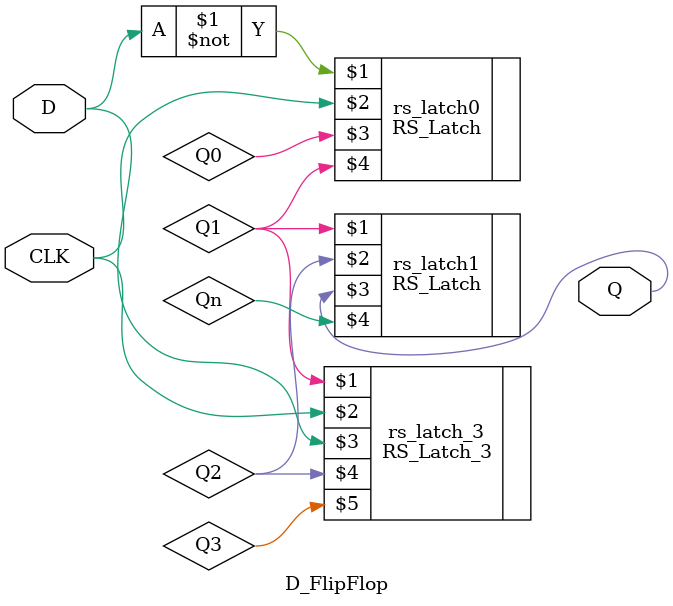
<source format=v>
`timescale 1ns / 1ps
module D_FlipFlop(
    input D,
    input CLK,
    output Q
    );

wire Q0;
wire Q1;
wire Q2;
wire Q3;
wire Qn;

RS_Latch rs_latch0(~D, CLK, Q0, Q1);
RS_Latch_3 rs_latch_3(Q1, CLK, D, Q2, Q3);
RS_Latch rs_latch1(Q1, Q2, Q, Qn);

endmodule

</source>
